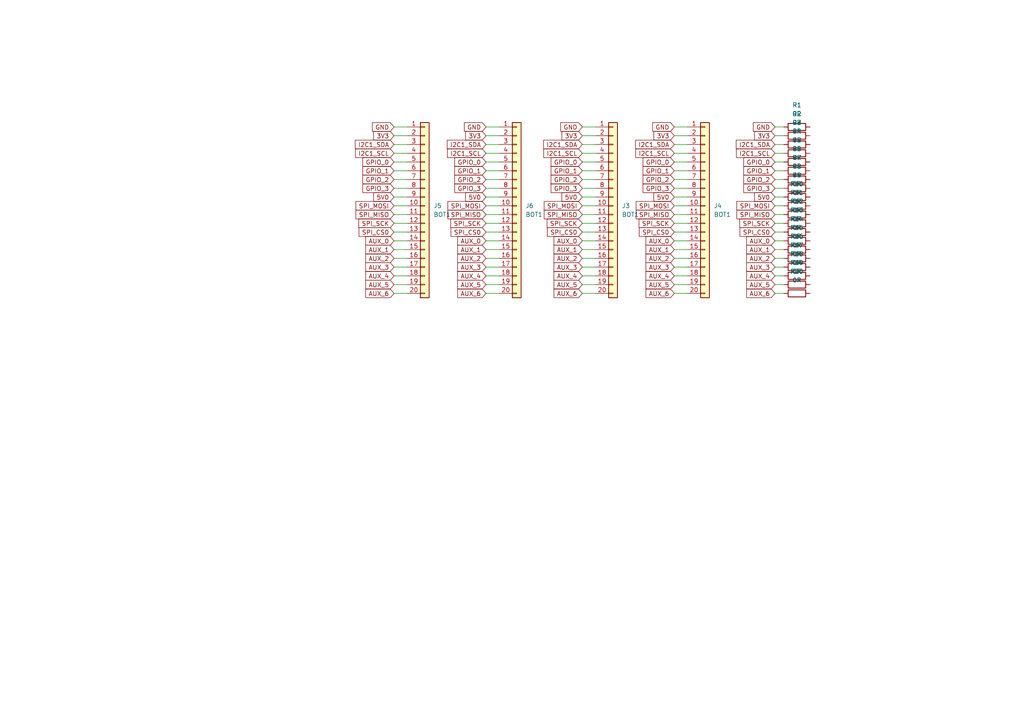
<source format=kicad_sch>
(kicad_sch (version 20250114) (generator "eeschema") (generator_version "9.0")
  (paper "A4")
  (lib_symbols
    (symbol "Connector_Generic:Conn_01x20" (pin_names (offset 1.016) (hide yes))
      (property "Reference" "J" (at 0 25.4 0))
      (property "Value" "Conn_01x20" (at 0 -27.94 0))
      (symbol "Conn_01x20_1_1"
        (rectangle (start -1.27 24.13) (end 1.27 -26.67) (stroke (width 0.254)) (fill (type background)))
        (rectangle (start -1.27 22.987) (end 0 22.733) (stroke (width 0.1524)))
        (rectangle (start -1.27 20.447) (end 0 20.193) (stroke (width 0.1524)))
        (rectangle (start -1.27 17.907) (end 0 17.653) (stroke (width 0.1524)))
        (rectangle (start -1.27 15.367) (end 0 15.113) (stroke (width 0.1524)))
        (rectangle (start -1.27 12.827) (end 0 12.573) (stroke (width 0.1524)))
        (rectangle (start -1.27 10.287) (end 0 10.033) (stroke (width 0.1524)))
        (rectangle (start -1.27 7.747) (end 0 7.493) (stroke (width 0.1524)))
        (rectangle (start -1.27 5.207) (end 0 4.953) (stroke (width 0.1524)))
        (rectangle (start -1.27 2.667) (end 0 2.413) (stroke (width 0.1524)))
        (rectangle (start -1.27 0.127) (end 0 -0.127) (stroke (width 0.1524)))
        (rectangle (start -1.27 -2.413) (end 0 -2.667) (stroke (width 0.1524)))
        (rectangle (start -1.27 -4.953) (end 0 -5.207) (stroke (width 0.1524)))
        (rectangle (start -1.27 -7.493) (end 0 -7.747) (stroke (width 0.1524)))
        (rectangle (start -1.27 -10.033) (end 0 -10.287) (stroke (width 0.1524)))
        (rectangle (start -1.27 -12.573) (end 0 -12.827) (stroke (width 0.1524)))
        (rectangle (start -1.27 -15.113) (end 0 -15.367) (stroke (width 0.1524)))
        (rectangle (start -1.27 -17.653) (end 0 -17.907) (stroke (width 0.1524)))
        (rectangle (start -1.27 -20.193) (end 0 -20.447) (stroke (width 0.1524)))
        (rectangle (start -1.27 -22.733) (end 0 -22.987) (stroke (width 0.1524)))
        (rectangle (start -1.27 -25.273) (end 0 -25.527) (stroke (width 0.1524)))
        (pin passive line (at -5.08 22.86 0) (length 3.81) (name "Pin_1") (number "1"))
        (pin passive line (at -5.08 20.32 0) (length 3.81) (name "Pin_2") (number "2"))
        (pin passive line (at -5.08 17.78 0) (length 3.81) (name "Pin_3") (number "3"))
        (pin passive line (at -5.08 15.24 0) (length 3.81) (name "Pin_4") (number "4"))
        (pin passive line (at -5.08 12.7 0) (length 3.81) (name "Pin_5") (number "5"))
        (pin passive line (at -5.08 10.16 0) (length 3.81) (name "Pin_6") (number "6"))
        (pin passive line (at -5.08 7.62 0) (length 3.81) (name "Pin_7") (number "7"))
        (pin passive line (at -5.08 5.08 0) (length 3.81) (name "Pin_8") (number "8"))
        (pin passive line (at -5.08 2.54 0) (length 3.81) (name "Pin_9") (number "9"))
        (pin passive line (at -5.08 0 0) (length 3.81) (name "Pin_10") (number "10"))
        (pin passive line (at -5.08 -2.54 0) (length 3.81) (name "Pin_11") (number "11"))
        (pin passive line (at -5.08 -5.08 0) (length 3.81) (name "Pin_12") (number "12"))
        (pin passive line (at -5.08 -7.62 0) (length 3.81) (name "Pin_13") (number "13"))
        (pin passive line (at -5.08 -10.16 0) (length 3.81) (name "Pin_14") (number "14"))
        (pin passive line (at -5.08 -12.7 0) (length 3.81) (name "Pin_15") (number "15"))
        (pin passive line (at -5.08 -15.24 0) (length 3.81) (name "Pin_16") (number "16"))
        (pin passive line (at -5.08 -17.78 0) (length 3.81) (name "Pin_17") (number "17"))
        (pin passive line (at -5.08 -20.32 0) (length 3.81) (name "Pin_18") (number "18"))
        (pin passive line (at -5.08 -22.86 0) (length 3.81) (name "Pin_19") (number "19"))
        (pin passive line (at -5.08 -25.4 0) (length 3.81) (name "Pin_20") (number "20"))
      )
    )
    (symbol "Device:R" (pin_numbers (hide yes)) (pin_names (offset 0))
      (property "Reference" "R" (at 2.032 0 90))
      (property "Value" "R" (at 0 0 90))
      (symbol "R_0_1"
        (rectangle (start -1.016 -2.54) (end 1.016 2.54) (stroke (width 0.254)))
      )
      (symbol "R_1_1"
        (pin passive line (at 0 3.81 270) (length 1.27) (name "~") (number "1"))
        (pin passive line (at 0 -3.81 90) (length 1.27) (name "~") (number "2"))
      )
    )
  )
  (wire (pts (xy 140.97 69.85) (xy 144.78 69.85)))
  (wire (pts (xy 195.58 39.37) (xy 199.39 39.37)))
  (wire (pts (xy 224.79 62.23) (xy 227.33 62.23)))
  (wire (pts (xy 140.97 74.93) (xy 144.78 74.93)))
  (wire (pts (xy 140.97 77.47) (xy 144.78 77.47)))
  (wire (pts (xy 195.58 52.07) (xy 199.39 52.07)))
  (wire (pts (xy 168.91 77.47) (xy 172.72 77.47)))
  (wire (pts (xy 195.58 64.77) (xy 199.39 64.77)))
  (wire (pts (xy 195.58 80.01) (xy 199.39 80.01)))
  (wire (pts (xy 168.91 62.23) (xy 172.72 62.23)))
  (wire (pts (xy 195.58 67.31) (xy 199.39 67.31)))
  (wire (pts (xy 224.79 59.69) (xy 227.33 59.69)))
  (wire (pts (xy 168.91 54.61) (xy 172.72 54.61)))
  (wire (pts (xy 140.97 72.39) (xy 144.78 72.39)))
  (wire (pts (xy 195.58 85.09) (xy 199.39 85.09)))
  (wire (pts (xy 140.97 57.15) (xy 144.78 57.15)))
  (wire (pts (xy 195.58 46.99) (xy 199.39 46.99)))
  (wire (pts (xy 195.58 77.47) (xy 199.39 77.47)))
  (wire (pts (xy 195.58 36.83) (xy 199.39 36.83)))
  (wire (pts (xy 114.3 39.37) (xy 118.11 39.37)))
  (wire (pts (xy 114.3 82.55) (xy 118.11 82.55)))
  (wire (pts (xy 140.97 67.31) (xy 144.78 67.31)))
  (wire (pts (xy 114.3 77.47) (xy 118.11 77.47)))
  (wire (pts (xy 114.3 36.83) (xy 118.11 36.83)))
  (wire (pts (xy 195.58 74.93) (xy 199.39 74.93)))
  (wire (pts (xy 224.79 64.77) (xy 227.33 64.77)))
  (wire (pts (xy 168.91 44.45) (xy 172.72 44.45)))
  (wire (pts (xy 224.79 72.39) (xy 227.33 72.39)))
  (wire (pts (xy 168.91 49.53) (xy 172.72 49.53)))
  (wire (pts (xy 224.79 82.55) (xy 227.33 82.55)))
  (wire (pts (xy 140.97 41.91) (xy 144.78 41.91)))
  (wire (pts (xy 140.97 39.37) (xy 144.78 39.37)))
  (wire (pts (xy 114.3 74.93) (xy 118.11 74.93)))
  (wire (pts (xy 140.97 85.09) (xy 144.78 85.09)))
  (wire (pts (xy 224.79 74.93) (xy 227.33 74.93)))
  (wire (pts (xy 168.91 57.15) (xy 172.72 57.15)))
  (wire (pts (xy 114.3 54.61) (xy 118.11 54.61)))
  (wire (pts (xy 224.79 67.31) (xy 227.33 67.31)))
  (wire (pts (xy 114.3 72.39) (xy 118.11 72.39)))
  (wire (pts (xy 224.79 54.61) (xy 227.33 54.61)))
  (wire (pts (xy 224.79 36.83) (xy 227.33 36.83)))
  (wire (pts (xy 224.79 57.15) (xy 227.33 57.15)))
  (wire (pts (xy 114.3 57.15) (xy 118.11 57.15)))
  (wire (pts (xy 168.91 39.37) (xy 172.72 39.37)))
  (wire (pts (xy 195.58 54.61) (xy 199.39 54.61)))
  (wire (pts (xy 195.58 62.23) (xy 199.39 62.23)))
  (wire (pts (xy 168.91 59.69) (xy 172.72 59.69)))
  (wire (pts (xy 168.91 52.07) (xy 172.72 52.07)))
  (wire (pts (xy 224.79 46.99) (xy 227.33 46.99)))
  (wire (pts (xy 195.58 82.55) (xy 199.39 82.55)))
  (wire (pts (xy 114.3 52.07) (xy 118.11 52.07)))
  (wire (pts (xy 224.79 39.37) (xy 227.33 39.37)))
  (wire (pts (xy 114.3 49.53) (xy 118.11 49.53)))
  (wire (pts (xy 195.58 41.91) (xy 199.39 41.91)))
  (wire (pts (xy 195.58 59.69) (xy 199.39 59.69)))
  (wire (pts (xy 224.79 41.91) (xy 227.33 41.91)))
  (wire (pts (xy 168.91 46.99) (xy 172.72 46.99)))
  (wire (pts (xy 140.97 54.61) (xy 144.78 54.61)))
  (wire (pts (xy 195.58 57.15) (xy 199.39 57.15)))
  (wire (pts (xy 224.79 69.85) (xy 227.33 69.85)))
  (wire (pts (xy 114.3 85.09) (xy 118.11 85.09)))
  (wire (pts (xy 168.91 67.31) (xy 172.72 67.31)))
  (wire (pts (xy 224.79 85.09) (xy 227.33 85.09)))
  (wire (pts (xy 168.91 82.55) (xy 172.72 82.55)))
  (wire (pts (xy 114.3 62.23) (xy 118.11 62.23)))
  (wire (pts (xy 140.97 52.07) (xy 144.78 52.07)))
  (wire (pts (xy 195.58 69.85) (xy 199.39 69.85)))
  (wire (pts (xy 224.79 49.53) (xy 227.33 49.53)))
  (wire (pts (xy 140.97 46.99) (xy 144.78 46.99)))
  (wire (pts (xy 168.91 69.85) (xy 172.72 69.85)))
  (wire (pts (xy 224.79 77.47) (xy 227.33 77.47)))
  (wire (pts (xy 114.3 46.99) (xy 118.11 46.99)))
  (wire (pts (xy 140.97 36.83) (xy 144.78 36.83)))
  (wire (pts (xy 114.3 69.85) (xy 118.11 69.85)))
  (wire (pts (xy 140.97 49.53) (xy 144.78 49.53)))
  (wire (pts (xy 168.91 36.83) (xy 172.72 36.83)))
  (wire (pts (xy 224.79 80.01) (xy 227.33 80.01)))
  (wire (pts (xy 140.97 44.45) (xy 144.78 44.45)))
  (wire (pts (xy 195.58 49.53) (xy 199.39 49.53)))
  (wire (pts (xy 140.97 82.55) (xy 144.78 82.55)))
  (wire (pts (xy 168.91 85.09) (xy 172.72 85.09)))
  (wire (pts (xy 195.58 72.39) (xy 199.39 72.39)))
  (wire (pts (xy 168.91 41.91) (xy 172.72 41.91)))
  (wire (pts (xy 114.3 64.77) (xy 118.11 64.77)))
  (wire (pts (xy 140.97 59.69) (xy 144.78 59.69)))
  (wire (pts (xy 114.3 59.69) (xy 118.11 59.69)))
  (wire (pts (xy 168.91 72.39) (xy 172.72 72.39)))
  (wire (pts (xy 140.97 64.77) (xy 144.78 64.77)))
  (wire (pts (xy 114.3 44.45) (xy 118.11 44.45)))
  (wire (pts (xy 224.79 52.07) (xy 227.33 52.07)))
  (wire (pts (xy 140.97 80.01) (xy 144.78 80.01)))
  (wire (pts (xy 168.91 80.01) (xy 172.72 80.01)))
  (wire (pts (xy 114.3 41.91) (xy 118.11 41.91)))
  (wire (pts (xy 195.58 44.45) (xy 199.39 44.45)))
  (wire (pts (xy 168.91 74.93) (xy 172.72 74.93)))
  (wire (pts (xy 168.91 64.77) (xy 172.72 64.77)))
  (wire (pts (xy 114.3 67.31) (xy 118.11 67.31)))
  (wire (pts (xy 114.3 80.01) (xy 118.11 80.01)))
  (wire (pts (xy 140.97 62.23) (xy 144.78 62.23)))
  (wire (pts (xy 224.79 44.45) (xy 227.33 44.45)))
  (global_label "GPIO_0" (shape input) (at 224.79 46.99 180) (property "Intersheetrefs" "${INTERSHEET_REFS}" (effects (hide yes))))
  (global_label "SPI_SCK" (shape input) (at 224.79 64.77 180) (property "Intersheetrefs" "${INTERSHEET_REFS}" (effects (hide yes))))
  (global_label "AUX_2" (shape input) (at 195.58 74.93 180) (property "Intersheetrefs" "${INTERSHEET_REFS}" (effects (hide yes))))
  (global_label "GND" (shape input) (at 114.3 36.83 180) (property "Intersheetrefs" "${INTERSHEET_REFS}" (effects (hide yes))))
  (global_label "GPIO_2" (shape input) (at 168.91 52.07 180) (property "Intersheetrefs" "${INTERSHEET_REFS}" (effects (hide yes))))
  (global_label "GND" (shape input) (at 195.58 36.83 180) (property "Intersheetrefs" "${INTERSHEET_REFS}" (effects (hide yes))))
  (global_label "SPI_CS0" (shape input) (at 224.79 67.31 180) (property "Intersheetrefs" "${INTERSHEET_REFS}" (effects (hide yes))))
  (global_label "I2C1_SDA" (shape input) (at 168.91 41.91 180) (property "Intersheetrefs" "${INTERSHEET_REFS}" (effects (hide yes))))
  (global_label "SPI_SCK" (shape input) (at 114.3 64.77 180) (property "Intersheetrefs" "${INTERSHEET_REFS}" (effects (hide yes))))
  (global_label "SPI_SCK" (shape input) (at 140.97 64.77 180) (property "Intersheetrefs" "${INTERSHEET_REFS}" (effects (hide yes))))
  (global_label "AUX_6" (shape input) (at 195.58 85.09 180) (property "Intersheetrefs" "${INTERSHEET_REFS}" (effects (hide yes))))
  (global_label "GPIO_1" (shape input) (at 114.3 49.53 180) (property "Intersheetrefs" "${INTERSHEET_REFS}" (effects (hide yes))))
  (global_label "AUX_4" (shape input) (at 168.91 80.01 180) (property "Intersheetrefs" "${INTERSHEET_REFS}" (effects (hide yes))))
  (global_label "SPI_MOSI" (shape input) (at 140.97 59.69 180) (property "Intersheetrefs" "${INTERSHEET_REFS}" (effects (hide yes))))
  (global_label "SPI_MISO" (shape input) (at 168.91 62.23 180) (property "Intersheetrefs" "${INTERSHEET_REFS}" (effects (hide yes))))
  (global_label "3V3" (shape input) (at 224.79 39.37 180) (property "Intersheetrefs" "${INTERSHEET_REFS}" (effects (hide yes))))
  (global_label "SPI_CS0" (shape input) (at 195.58 67.31 180) (property "Intersheetrefs" "${INTERSHEET_REFS}" (effects (hide yes))))
  (global_label "SPI_MOSI" (shape input) (at 224.79 59.69 180) (property "Intersheetrefs" "${INTERSHEET_REFS}" (effects (hide yes))))
  (global_label "AUX_5" (shape input) (at 140.97 82.55 180) (property "Intersheetrefs" "${INTERSHEET_REFS}" (effects (hide yes))))
  (global_label "SPI_MISO" (shape input) (at 140.97 62.23 180) (property "Intersheetrefs" "${INTERSHEET_REFS}" (effects (hide yes))))
  (global_label "GPIO_1" (shape input) (at 168.91 49.53 180) (property "Intersheetrefs" "${INTERSHEET_REFS}" (effects (hide yes))))
  (global_label "AUX_3" (shape input) (at 195.58 77.47 180) (property "Intersheetrefs" "${INTERSHEET_REFS}" (effects (hide yes))))
  (global_label "SPI_MOSI" (shape input) (at 114.3 59.69 180) (property "Intersheetrefs" "${INTERSHEET_REFS}" (effects (hide yes))))
  (global_label "AUX_0" (shape input) (at 114.3 69.85 180) (property "Intersheetrefs" "${INTERSHEET_REFS}" (effects (hide yes))))
  (global_label "AUX_2" (shape input) (at 114.3 74.93 180) (property "Intersheetrefs" "${INTERSHEET_REFS}" (effects (hide yes))))
  (global_label "SPI_CS0" (shape input) (at 140.97 67.31 180) (property "Intersheetrefs" "${INTERSHEET_REFS}" (effects (hide yes))))
  (global_label "AUX_3" (shape input) (at 168.91 77.47 180) (property "Intersheetrefs" "${INTERSHEET_REFS}" (effects (hide yes))))
  (global_label "AUX_5" (shape input) (at 114.3 82.55 180) (property "Intersheetrefs" "${INTERSHEET_REFS}" (effects (hide yes))))
  (global_label "SPI_MOSI" (shape input) (at 195.58 59.69 180) (property "Intersheetrefs" "${INTERSHEET_REFS}" (effects (hide yes))))
  (global_label "5V0" (shape input) (at 114.3 57.15 180) (property "Intersheetrefs" "${INTERSHEET_REFS}" (effects (hide yes))))
  (global_label "GPIO_2" (shape input) (at 224.79 52.07 180) (property "Intersheetrefs" "${INTERSHEET_REFS}" (effects (hide yes))))
  (global_label "GPIO_0" (shape input) (at 140.97 46.99 180) (property "Intersheetrefs" "${INTERSHEET_REFS}" (effects (hide yes))))
  (global_label "GPIO_1" (shape input) (at 140.97 49.53 180) (property "Intersheetrefs" "${INTERSHEET_REFS}" (effects (hide yes))))
  (global_label "GPIO_2" (shape input) (at 140.97 52.07 180) (property "Intersheetrefs" "${INTERSHEET_REFS}" (effects (hide yes))))
  (global_label "SPI_SCK" (shape input) (at 195.58 64.77 180) (property "Intersheetrefs" "${INTERSHEET_REFS}" (effects (hide yes))))
  (global_label "5V0" (shape input) (at 140.97 57.15 180) (property "Intersheetrefs" "${INTERSHEET_REFS}" (effects (hide yes))))
  (global_label "AUX_0" (shape input) (at 195.58 69.85 180) (property "Intersheetrefs" "${INTERSHEET_REFS}" (effects (hide yes))))
  (global_label "GPIO_3" (shape input) (at 168.91 54.61 180) (property "Intersheetrefs" "${INTERSHEET_REFS}" (effects (hide yes))))
  (global_label "AUX_1" (shape input) (at 140.97 72.39 180) (property "Intersheetrefs" "${INTERSHEET_REFS}" (effects (hide yes))))
  (global_label "AUX_0" (shape input) (at 140.97 69.85 180) (property "Intersheetrefs" "${INTERSHEET_REFS}" (effects (hide yes))))
  (global_label "I2C1_SDA" (shape input) (at 140.97 41.91 180) (property "Intersheetrefs" "${INTERSHEET_REFS}" (effects (hide yes))))
  (global_label "AUX_3" (shape input) (at 114.3 77.47 180) (property "Intersheetrefs" "${INTERSHEET_REFS}" (effects (hide yes))))
  (global_label "SPI_MISO" (shape input) (at 195.58 62.23 180) (property "Intersheetrefs" "${INTERSHEET_REFS}" (effects (hide yes))))
  (global_label "GPIO_3" (shape input) (at 224.79 54.61 180) (property "Intersheetrefs" "${INTERSHEET_REFS}" (effects (hide yes))))
  (global_label "AUX_3" (shape input) (at 224.79 77.47 180) (property "Intersheetrefs" "${INTERSHEET_REFS}" (effects (hide yes))))
  (global_label "AUX_4" (shape input) (at 195.58 80.01 180) (property "Intersheetrefs" "${INTERSHEET_REFS}" (effects (hide yes))))
  (global_label "AUX_4" (shape input) (at 114.3 80.01 180) (property "Intersheetrefs" "${INTERSHEET_REFS}" (effects (hide yes))))
  (global_label "AUX_3" (shape input) (at 140.97 77.47 180) (property "Intersheetrefs" "${INTERSHEET_REFS}" (effects (hide yes))))
  (global_label "GPIO_1" (shape input) (at 195.58 49.53 180) (property "Intersheetrefs" "${INTERSHEET_REFS}" (effects (hide yes))))
  (global_label "5V0" (shape input) (at 195.58 57.15 180) (property "Intersheetrefs" "${INTERSHEET_REFS}" (effects (hide yes))))
  (global_label "GPIO_2" (shape input) (at 195.58 52.07 180) (property "Intersheetrefs" "${INTERSHEET_REFS}" (effects (hide yes))))
  (global_label "AUX_4" (shape input) (at 140.97 80.01 180) (property "Intersheetrefs" "${INTERSHEET_REFS}" (effects (hide yes))))
  (global_label "I2C1_SDA" (shape input) (at 195.58 41.91 180) (property "Intersheetrefs" "${INTERSHEET_REFS}" (effects (hide yes))))
  (global_label "AUX_6" (shape input) (at 114.3 85.09 180) (property "Intersheetrefs" "${INTERSHEET_REFS}" (effects (hide yes))))
  (global_label "SPI_CS0" (shape input) (at 168.91 67.31 180) (property "Intersheetrefs" "${INTERSHEET_REFS}" (effects (hide yes))))
  (global_label "SPI_CS0" (shape input) (at 114.3 67.31 180) (property "Intersheetrefs" "${INTERSHEET_REFS}" (effects (hide yes))))
  (global_label "I2C1_SCL" (shape input) (at 114.3 44.45 180) (property "Intersheetrefs" "${INTERSHEET_REFS}" (effects (hide yes))))
  (global_label "AUX_1" (shape input) (at 168.91 72.39 180) (property "Intersheetrefs" "${INTERSHEET_REFS}" (effects (hide yes))))
  (global_label "5V0" (shape input) (at 224.79 57.15 180) (property "Intersheetrefs" "${INTERSHEET_REFS}" (effects (hide yes))))
  (global_label "GND" (shape input) (at 168.91 36.83 180) (property "Intersheetrefs" "${INTERSHEET_REFS}" (effects (hide yes))))
  (global_label "I2C1_SCL" (shape input) (at 195.58 44.45 180) (property "Intersheetrefs" "${INTERSHEET_REFS}" (effects (hide yes))))
  (global_label "AUX_1" (shape input) (at 224.79 72.39 180) (property "Intersheetrefs" "${INTERSHEET_REFS}" (effects (hide yes))))
  (global_label "3V3" (shape input) (at 114.3 39.37 180) (property "Intersheetrefs" "${INTERSHEET_REFS}" (effects (hide yes))))
  (global_label "GND" (shape input) (at 140.97 36.83 180) (property "Intersheetrefs" "${INTERSHEET_REFS}" (effects (hide yes))))
  (global_label "AUX_2" (shape input) (at 168.91 74.93 180) (property "Intersheetrefs" "${INTERSHEET_REFS}" (effects (hide yes))))
  (global_label "SPI_SCK" (shape input) (at 168.91 64.77 180) (property "Intersheetrefs" "${INTERSHEET_REFS}" (effects (hide yes))))
  (global_label "AUX_6" (shape input) (at 168.91 85.09 180) (property "Intersheetrefs" "${INTERSHEET_REFS}" (effects (hide yes))))
  (global_label "I2C1_SCL" (shape input) (at 140.97 44.45 180) (property "Intersheetrefs" "${INTERSHEET_REFS}" (effects (hide yes))))
  (global_label "AUX_0" (shape input) (at 224.79 69.85 180) (property "Intersheetrefs" "${INTERSHEET_REFS}" (effects (hide yes))))
  (global_label "SPI_MISO" (shape input) (at 224.79 62.23 180) (property "Intersheetrefs" "${INTERSHEET_REFS}" (effects (hide yes))))
  (global_label "AUX_2" (shape input) (at 224.79 74.93 180) (property "Intersheetrefs" "${INTERSHEET_REFS}" (effects (hide yes))))
  (global_label "GPIO_0" (shape input) (at 114.3 46.99 180) (property "Intersheetrefs" "${INTERSHEET_REFS}" (effects (hide yes))))
  (global_label "GPIO_0" (shape input) (at 195.58 46.99 180) (property "Intersheetrefs" "${INTERSHEET_REFS}" (effects (hide yes))))
  (global_label "GPIO_2" (shape input) (at 114.3 52.07 180) (property "Intersheetrefs" "${INTERSHEET_REFS}" (effects (hide yes))))
  (global_label "AUX_5" (shape input) (at 195.58 82.55 180) (property "Intersheetrefs" "${INTERSHEET_REFS}" (effects (hide yes))))
  (global_label "I2C1_SCL" (shape input) (at 168.91 44.45 180) (property "Intersheetrefs" "${INTERSHEET_REFS}" (effects (hide yes))))
  (global_label "GPIO_1" (shape input) (at 224.79 49.53 180) (property "Intersheetrefs" "${INTERSHEET_REFS}" (effects (hide yes))))
  (global_label "SPI_MOSI" (shape input) (at 168.91 59.69 180) (property "Intersheetrefs" "${INTERSHEET_REFS}" (effects (hide yes))))
  (global_label "AUX_0" (shape input) (at 168.91 69.85 180) (property "Intersheetrefs" "${INTERSHEET_REFS}" (effects (hide yes))))
  (global_label "AUX_5" (shape input) (at 168.91 82.55 180) (property "Intersheetrefs" "${INTERSHEET_REFS}" (effects (hide yes))))
  (global_label "AUX_1" (shape input) (at 195.58 72.39 180) (property "Intersheetrefs" "${INTERSHEET_REFS}" (effects (hide yes))))
  (global_label "GPIO_3" (shape input) (at 195.58 54.61 180) (property "Intersheetrefs" "${INTERSHEET_REFS}" (effects (hide yes))))
  (global_label "GND" (shape input) (at 224.79 36.83 180) (property "Intersheetrefs" "${INTERSHEET_REFS}" (effects (hide yes))))
  (global_label "GPIO_0" (shape input) (at 168.91 46.99 180) (property "Intersheetrefs" "${INTERSHEET_REFS}" (effects (hide yes))))
  (global_label "5V0" (shape input) (at 168.91 57.15 180) (property "Intersheetrefs" "${INTERSHEET_REFS}" (effects (hide yes))))
  (global_label "AUX_6" (shape input) (at 224.79 85.09 180) (property "Intersheetrefs" "${INTERSHEET_REFS}" (effects (hide yes))))
  (global_label "AUX_6" (shape input) (at 140.97 85.09 180) (property "Intersheetrefs" "${INTERSHEET_REFS}" (effects (hide yes))))
  (global_label "3V3" (shape input) (at 168.91 39.37 180) (property "Intersheetrefs" "${INTERSHEET_REFS}" (effects (hide yes))))
  (global_label "I2C1_SDA" (shape input) (at 114.3 41.91 180) (property "Intersheetrefs" "${INTERSHEET_REFS}" (effects (hide yes))))
  (global_label "AUX_2" (shape input) (at 140.97 74.93 180) (property "Intersheetrefs" "${INTERSHEET_REFS}" (effects (hide yes))))
  (global_label "AUX_5" (shape input) (at 224.79 82.55 180) (property "Intersheetrefs" "${INTERSHEET_REFS}" (effects (hide yes))))
  (global_label "SPI_MISO" (shape input) (at 114.3 62.23 180) (property "Intersheetrefs" "${INTERSHEET_REFS}" (effects (hide yes))))
  (global_label "3V3" (shape input) (at 195.58 39.37 180) (property "Intersheetrefs" "${INTERSHEET_REFS}" (effects (hide yes))))
  (global_label "AUX_1" (shape input) (at 114.3 72.39 180) (property "Intersheetrefs" "${INTERSHEET_REFS}" (effects (hide yes))))
  (global_label "GPIO_3" (shape input) (at 140.97 54.61 180) (property "Intersheetrefs" "${INTERSHEET_REFS}" (effects (hide yes))))
  (global_label "3V3" (shape input) (at 140.97 39.37 180) (property "Intersheetrefs" "${INTERSHEET_REFS}" (effects (hide yes))))
  (global_label "AUX_4" (shape input) (at 224.79 80.01 180) (property "Intersheetrefs" "${INTERSHEET_REFS}" (effects (hide yes))))
  (global_label "I2C1_SCL" (shape input) (at 224.79 44.45 180) (property "Intersheetrefs" "${INTERSHEET_REFS}" (effects (hide yes))))
  (global_label "I2C1_SDA" (shape input) (at 224.79 41.91 180) (property "Intersheetrefs" "${INTERSHEET_REFS}" (effects (hide yes))))
  (global_label "GPIO_3" (shape input) (at 114.3 54.61 180) (property "Intersheetrefs" "${INTERSHEET_REFS}" (effects (hide yes))))
  (symbol (lib_id "Device:R") (at 231.14 41.91 90) (unit 1)
    (property "Reference" "R3" (at 231.14 35.56 90))
    (property "Value" "0R" (at 231.14 38.1 90))
    (property "Footprint" "Resistor_SMD:R_0402_1005Metric" (effects (hide yes)))
    (property "Description" "Resistor" (effects (hide yes)))
  )
  (symbol (lib_id "Device:R") (at 231.14 49.53 90) (unit 1)
    (property "Reference" "R6" (at 231.14 43.18 90))
    (property "Value" "0R" (at 231.14 45.72 90))
    (property "Footprint" "Resistor_SMD:R_0402_1005Metric" (effects (hide yes)))
    (property "Description" "Resistor" (effects (hide yes)))
  )
  (symbol (lib_id "Device:R") (at 231.14 69.85 90) (unit 1)
    (property "Reference" "R14" (at 231.14 63.5 90))
    (property "Value" "0R" (at 231.14 66.04 90))
    (property "Footprint" "Resistor_SMD:R_0402_1005Metric" (effects (hide yes)))
    (property "Description" "Resistor" (effects (hide yes)))
  )
  (symbol (lib_id "Device:R") (at 231.14 52.07 90) (unit 1)
    (property "Reference" "R7" (at 231.14 45.72 90))
    (property "Value" "0R" (at 231.14 48.26 90))
    (property "Footprint" "Resistor_SMD:R_0402_1005Metric" (effects (hide yes)))
    (property "Description" "Resistor" (effects (hide yes)))
  )
  (symbol (lib_id "Connector_Generic:Conn_01x20") (at 123.19 59.69 0) (unit 1)
    (property "Reference" "J5" (at 125.73 59.6899 0) (effects (justify left)))
    (property "Value" "BOT1" (at 125.73 62.2299 0) (effects (justify left)))
    (property "Footprint" "Library:ForgeLabs_Interconnect_WIIIIDE" (effects (hide yes)))
    (property "Description" "Generic connector, single row, 01x20, script generated (kicad-library-utils/schlib/autogen/connector/)" (effects (hide yes)))
  )
  (symbol (lib_id "Device:R") (at 231.14 82.55 90) (unit 1)
    (property "Reference" "R19" (at 231.14 76.2 90))
    (property "Value" "0R" (at 231.14 78.74 90))
    (property "Footprint" "Resistor_SMD:R_0402_1005Metric" (effects (hide yes)))
    (property "Description" "Resistor" (effects (hide yes)))
  )
  (symbol (lib_id "Device:R") (at 231.14 72.39 90) (unit 1)
    (property "Reference" "R15" (at 231.14 66.04 90))
    (property "Value" "0R" (at 231.14 68.58 90))
    (property "Footprint" "Resistor_SMD:R_0402_1005Metric" (effects (hide yes)))
    (property "Description" "Resistor" (effects (hide yes)))
  )
  (symbol (lib_id "Connector_Generic:Conn_01x20") (at 149.86 59.69 0) (unit 1)
    (property "Reference" "J6" (at 152.4 59.6899 0) (effects (justify left)))
    (property "Value" "BOT1" (at 152.4 62.2299 0) (effects (justify left)))
    (property "Footprint" "Library:ForgeLabs_Interconnect_WIIIIDE" (effects (hide yes)))
    (property "Description" "Generic connector, single row, 01x20, script generated (kicad-library-utils/schlib/autogen/connector/)" (effects (hide yes)))
  )
  (symbol (lib_id "Device:R") (at 231.14 57.15 90) (unit 1)
    (property "Reference" "R9" (at 231.14 50.8 90))
    (property "Value" "0R" (at 231.14 53.34 90))
    (property "Footprint" "Resistor_SMD:R_0402_1005Metric" (effects (hide yes)))
    (property "Description" "Resistor" (effects (hide yes)))
  )
  (symbol (lib_id "Device:R") (at 231.14 39.37 90) (unit 1)
    (property "Reference" "R2" (at 231.14 33.02 90))
    (property "Value" "0R" (at 231.14 35.56 90))
    (property "Footprint" "Resistor_SMD:R_0402_1005Metric" (effects (hide yes)))
    (property "Description" "Resistor" (effects (hide yes)))
  )
  (symbol (lib_id "Device:R") (at 231.14 44.45 90) (unit 1)
    (property "Reference" "R4" (at 231.14 38.1 90))
    (property "Value" "0R" (at 231.14 40.64 90))
    (property "Footprint" "Resistor_SMD:R_0402_1005Metric" (effects (hide yes)))
    (property "Description" "Resistor" (effects (hide yes)))
  )
  (symbol (lib_id "Connector_Generic:Conn_01x20") (at 204.47 59.69 0) (unit 1)
    (property "Reference" "J4" (at 207.01 59.6899 0) (effects (justify left)))
    (property "Value" "BOT1" (at 207.01 62.2299 0) (effects (justify left)))
    (property "Footprint" "Library:ForgeLabs_Interconnect_WIIIIDE" (effects (hide yes)))
    (property "Description" "Generic connector, single row, 01x20, script generated (kicad-library-utils/schlib/autogen/connector/)" (effects (hide yes)))
  )
  (symbol (lib_id "Device:R") (at 231.14 80.01 90) (unit 1)
    (property "Reference" "R18" (at 231.14 73.66 90))
    (property "Value" "0R" (at 231.14 76.2 90))
    (property "Footprint" "Resistor_SMD:R_0402_1005Metric" (effects (hide yes)))
    (property "Description" "Resistor" (effects (hide yes)))
  )
  (symbol (lib_id "Device:R") (at 231.14 85.09 90) (unit 1)
    (property "Reference" "R20" (at 231.14 78.74 90))
    (property "Value" "0R" (at 231.14 81.28 90))
    (property "Footprint" "Resistor_SMD:R_0402_1005Metric" (effects (hide yes)))
    (property "Description" "Resistor" (effects (hide yes)))
  )
  (symbol (lib_id "Device:R") (at 231.14 59.69 90) (unit 1)
    (property "Reference" "R10" (at 231.14 53.34 90))
    (property "Value" "0R" (at 231.14 55.88 90))
    (property "Footprint" "Resistor_SMD:R_0402_1005Metric" (effects (hide yes)))
    (property "Description" "Resistor" (effects (hide yes)))
  )
  (symbol (lib_id "Device:R") (at 231.14 62.23 90) (unit 1)
    (property "Reference" "R11" (at 231.14 55.88 90))
    (property "Value" "0R" (at 231.14 58.42 90))
    (property "Footprint" "Resistor_SMD:R_0402_1005Metric" (effects (hide yes)))
    (property "Description" "Resistor" (effects (hide yes)))
  )
  (symbol (lib_id "Device:R") (at 231.14 74.93 90) (unit 1)
    (property "Reference" "R16" (at 231.14 68.58 90))
    (property "Value" "0R" (at 231.14 71.12 90))
    (property "Footprint" "Resistor_SMD:R_0402_1005Metric" (effects (hide yes)))
    (property "Description" "Resistor" (effects (hide yes)))
  )
  (symbol (lib_id "Device:R") (at 231.14 54.61 90) (unit 1)
    (property "Reference" "R8" (at 231.14 48.26 90))
    (property "Value" "0R" (at 231.14 50.8 90))
    (property "Footprint" "Resistor_SMD:R_0402_1005Metric" (effects (hide yes)))
    (property "Description" "Resistor" (effects (hide yes)))
  )
  (symbol (lib_id "Device:R") (at 231.14 36.83 90) (unit 1)
    (property "Reference" "R1" (at 231.14 30.48 90))
    (property "Value" "0R" (at 231.14 33.02 90))
    (property "Footprint" "Resistor_SMD:R_0402_1005Metric" (effects (hide yes)))
    (property "Description" "Resistor" (effects (hide yes)))
  )
  (symbol (lib_id "Device:R") (at 231.14 67.31 90) (unit 1)
    (property "Reference" "R13" (at 231.14 60.96 90))
    (property "Value" "0R" (at 231.14 63.5 90))
    (property "Footprint" "Resistor_SMD:R_0402_1005Metric" (effects (hide yes)))
    (property "Description" "Resistor" (effects (hide yes)))
  )
  (symbol (lib_id "Device:R") (at 231.14 46.99 90) (unit 1)
    (property "Reference" "R5" (at 231.14 40.64 90))
    (property "Value" "0R" (at 231.14 43.18 90))
    (property "Footprint" "Resistor_SMD:R_0402_1005Metric" (effects (hide yes)))
    (property "Description" "Resistor" (effects (hide yes)))
  )
  (symbol (lib_id "Device:R") (at 231.14 77.47 90) (unit 1)
    (property "Reference" "R17" (at 231.14 71.12 90))
    (property "Value" "0R" (at 231.14 73.66 90))
    (property "Footprint" "Resistor_SMD:R_0402_1005Metric" (effects (hide yes)))
    (property "Description" "Resistor" (effects (hide yes)))
  )
  (symbol (lib_id "Device:R") (at 231.14 64.77 90) (unit 1)
    (property "Reference" "R12" (at 231.14 58.42 90))
    (property "Value" "0R" (at 231.14 60.96 90))
    (property "Footprint" "Resistor_SMD:R_0402_1005Metric" (effects (hide yes)))
    (property "Description" "Resistor" (effects (hide yes)))
  )
  (symbol (lib_id "Connector_Generic:Conn_01x20") (at 177.8 59.69 0) (unit 1)
    (property "Reference" "J3" (at 180.34 59.6899 0) (effects (justify left)))
    (property "Value" "BOT1" (at 180.34 62.2299 0) (effects (justify left)))
    (property "Footprint" "Library:ForgeLabs_Interconnect_WIIIIDE" (effects (hide yes)))
    (property "Description" "Generic connector, single row, 01x20, script generated (kicad-library-utils/schlib/autogen/connector/)" (effects (hide yes)))
  )
)
</source>
